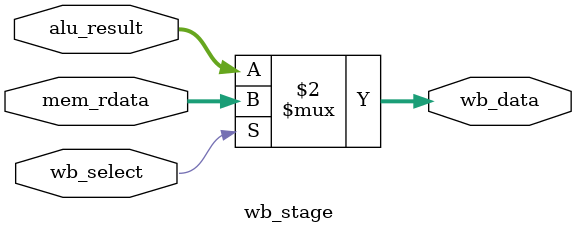
<source format=sv>
module wb_stage (
    input  logic [31:0] alu_result,  // ALU result
    input  logic [31:0] mem_rdata,   // Data read from memory
    input  logic        wb_select,   // Select signal (0: ALU result, 1: memory data)
    output logic [31:0] wb_data      // Data to write back to the register file
);
    always_comb begin
        wb_data = wb_select ? mem_rdata : alu_result; // Choose data source
    end
endmodule

</source>
